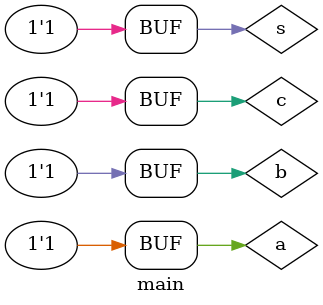
<source format=v>
/**************************************************************************/
/* code015.v                          For CSC.T341 CLD Archlab TOKYO TECH */
/**************************************************************************/
module main ();
  reg  a, b, s;
  wire c;
  assign c = (a & ~s) | (s & b);
  initial begin
    #10 s <= 0; a <= 0; b <= 0;
    #10 s <= 0; a <= 0; b <= 1;
    #10 s <= 0; a <= 1; b <= 0;
    #10 s <= 0; a <= 1; b <= 1;
    #10 s <= 1; a <= 0; b <= 0;
    #10 s <= 1; a <= 0; b <= 1;
    #10 s <= 1; a <= 1; b <= 0;
    #10 s <= 1; a <= 1; b <= 1;
  end
  always@(*) #1 $display("%2d: %d %d %d -> %b", $time, s, a, b, c);
endmodule

</source>
